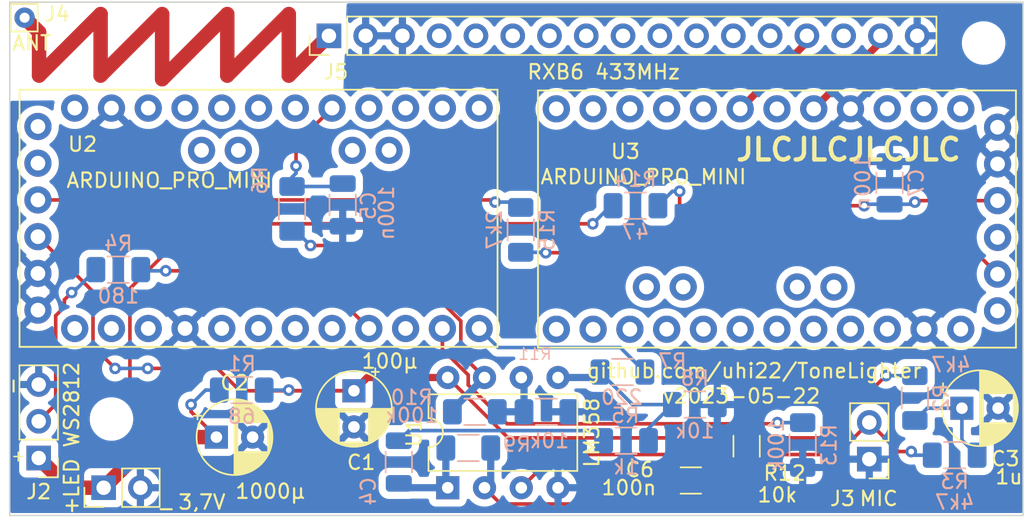
<source format=kicad_pcb>
(kicad_pcb (version 20221018) (generator pcbnew)
  (layers (0 "F.Cu" signal) (31 "B.Cu" signal) (34 "B.Paste" user) (35 "F.Paste" user) (36 "B.SilkS" user "B.Silkscreen") (37 "F.SilkS" user "F.Silkscreen") (38 "B.Mask" user) (39 "F.Mask" user) (44 "Edge.Cuts" user))
  (net 0 "")
  (net 1 "+3.3V")
  (net 2 "GND")
  (net 3 "VCCP")
  (net 4 "Net-(C3-Pad1)")
  (net 5 "Net-(C4-Pad1)")
  (net 6 "Net-(C4-Pad2)")
  (net 7 "Net-(U2-A0)")
  (net 8 "Net-(U1A--)")
  (net 9 "Net-(C6-Pad2)")
  (net 10 "Net-(U3-VCC)")
  (net 11 "Net-(J2-Pin_2)")
  (net 12 "Net-(J3-Pin_2)")
  (net 13 "antenna")
  (net 24 "RF_VCC")
  (net 26 "RF_DATA")
  (net 27 "Net-(U2-D6)")
  (net 28 "Net-(U1B-+)")
  (net 29 "Net-(R10-Pad2)")
  (net 30 "Gain2")
  (net 31 "Net-(U1B--)")
  (net 32 "Gain1")
  (net 33 "Net-(U3-TXO)")
  (net 34 "RXI")
  (footprint "Package_DIP:DIP-8_W7.62mm" (layer "F.Cu") (at 98.48 68.25 90)
    (fp_text reference "U1" (at 3.81 -2.33 90) (layer "F.SilkS"))
    (fp_text value "LM358" (at 3.81 9.95 90) (layer "F.SilkS"))
    (pad "1" thru_hole rect (at 0 0 90) (size 1.6 1.6) (drill 0.8) (layers "*.Cu" "*.Mask") (net 5 "Net-(C4-Pad1)"))
    (pad "2" thru_hole oval (at 0 2.54 90) (size 1.6 1.6) (drill 0.8) (layers "*.Cu" "*.Mask") (net 8 "Net-(U1A--)"))
    (pad "3" thru_hole oval (at 0 5.08 90) (size 1.6 1.6) (drill 0.8) (layers "*.Cu" "*.Mask") (net 12 "Net-(J3-Pin_2)"))
    (pad "4" thru_hole oval (at 0 7.62 90) (size 1.6 1.6) (drill 0.8) (layers "*.Cu" "*.Mask") (net 2 "GND"))
    (pad "5" thru_hole oval (at 7.62 7.62 90) (size 1.6 1.6) (drill 0.8) (layers "*.Cu" "*.Mask") (net 28 "Net-(U1B-+)"))
    (pad "6" thru_hole oval (at 7.62 5.08 90) (size 1.6 1.6) (drill 0.8) (layers "*.Cu" "*.Mask") (net 31 "Net-(U1B--)"))
    (pad "7" thru_hole oval (at 7.62 2.54 90) (size 1.6 1.6) (drill 0.8) (layers "*.Cu" "*.Mask") (net 29 "Net-(R10-Pad2)"))
    (pad "8" thru_hole oval (at 7.62 0 90) (size 1.6 1.6) (drill 0.8) (layers "*.Cu" "*.Mask") (net 1 "+3.3V"))
  )
  (footprint "ARDUINO_PRO_MINI:MODULE_ARDUINO_PRO_MINI" (layer "F.Cu") (at 121.223 49.671 -90)
    (fp_text reference "U3" (at -4.671 10.473) (layer "F.SilkS"))
    (fp_text value "ARDUINO_PRO_MINI" (at -2.921 9.223) (layer "F.SilkS"))
    (pad "JP1_1" thru_hole circle (at 6.35 -15.24 270) (size 1.8796 1.8796) (drill 1.016) (layers "*.Cu" "*.Mask"))
    (pad "JP1_2" thru_hole circle (at 3.81 -15.24 270) (size 1.8796 1.8796) (drill 1.016) (layers "*.Cu" "*.Mask") (net 33 "Net-(U3-TXO)"))
    (pad "JP1_3" thru_hole circle (at 1.27 -15.24 270) (size 1.8796 1.8796) (drill 1.016) (layers "*.Cu" "*.Mask"))
    (pad "JP1_4" thru_hole circle (at -1.27 -15.24 270) (size 1.8796 1.8796) (drill 1.016) (layers "*.Cu" "*.Mask") (net 10 "Net-(U3-VCC)"))
    (pad "JP1_5" thru_hole circle (at -3.81 -15.24 270) (size 1.8796 1.8796) (drill 1.016) (layers "*.Cu" "*.Mask") (net 2 "GND"))
    (pad "JP1_6" thru_hole circle (at -6.35 -15.24 270) (size 1.8796 1.8796) (drill 1.016) (layers "*.Cu" "*.Mask") (net 2 "GND"))
    (pad "JP2_1" thru_hole circle (at 4.699 -1.397 270) (size 1.8796 1.8796) (drill 1.016) (layers "*.Cu" "*.Mask"))
    (pad "JP2_2" thru_hole circle (at 4.699 -3.937 270) (size 1.8796 1.8796) (drill 1.016) (layers "*.Cu" "*.Mask"))
    (pad "JP3_1" thru_hole circle (at 4.699 9.017 270) (size 1.8796 1.8796) (drill 1.016) (layers "*.Cu" "*.Mask"))
    (pad "JP3_2" thru_hole circle (at 4.699 6.477 270) (size 1.8796 1.8796) (drill 1.016) (layers "*.Cu" "*.Mask"))
    (pad "JP6_1" thru_hole circle (at 7.62 -12.7 270) (size 1.8796 1.8796) (drill 1.016) (layers "*.Cu" "*.Mask"))
    (pad "JP6_2" thru_hole circle (at 7.62 -10.16 270) (size 1.8796 1.8796) (drill 1.016) (layers "*.Cu" "*.Mask") (net 2 "GND"))
    (pad "JP6_3" thru_hole circle (at 7.62 -7.62 270) (size 1.8796 1.8796) (drill 1.016) (layers "*.Cu" "*.Mask"))
    (pad "JP6_4" thru_hole circle (at 7.62 -5.08 270) (size 1.8796 1.8796) (drill 1.016) (layers "*.Cu" "*.Mask"))
    (pad "JP6_5" thru_hole circle (at 7.62 -2.54 270) (size 1.8796 1.8796) (drill 1.016) (layers "*.Cu" "*.Mask"))
    (pad "JP6_6" thru_hole circle (at 7.62 0 270) (size 1.8796 1.8796) (drill 1.016) (layers "*.Cu" "*.Mask"))
    (pad "JP6_7" thru_hole circle (at 7.62 2.54 270) (size 1.8796 1.8796) (drill 1.016) (layers "*.Cu" "*.Mask"))
    (pad "JP6_8" thru_hole circle (at 7.62 5.08 270) (size 1.8796 1.8796) (drill 1.016) (layers "*.Cu" "*.Mask"))
    (pad "JP6_9" thru_hole circle (at 7.62 7.62 270) (size 1.8796 1.8796) (drill 1.016) (layers "*.Cu" "*.Mask"))
    (pad "JP6_10" thru_hole circle (at 7.62 10.16 270) (size 1.8796 1.8796) (drill 1.016) (layers "*.Cu" "*.Mask"))
    (pad "JP6_11" thru_hole circle (at 7.62 12.7 270) (size 1.8796 1.8796) (drill 1.016) (layers "*.Cu" "*.Mask"))
    (pad "JP6_12" thru_hole circle (at 7.62 15.24 270) (size 1.8796 1.8796) (drill 1.016) (layers "*.Cu" "*.Mask"))
    (pad "JP7_1" thru_hole circle (at -7.62 15.24 270) (size 1.8796 1.8796) (drill 1.016) (layers "*.Cu" "*.Mask"))
    (pad "JP7_2" thru_hole circle (at -7.62 12.7 270) (size 1.8796 1.8796) (drill 1.016) (layers "*.Cu" "*.Mask"))
    (pad "JP7_3" thru_hole circle (at -7.62 10.16 270) (size 1.8796 1.8796) (drill 1.016) (layers "*.Cu" "*.Mask"))
    (pad "JP7_4" thru_hole circle (at -7.62 7.62 270) (size 1.8796 1.8796) (drill 1.016) (layers "*.Cu" "*.Mask"))
    (pad "JP7_5" thru_hole circle (at -7.62 5.08 270) (size 1.8796 1.8796) (drill 1.016) (layers "*.Cu" "*.Mask"))
    (pad "JP7_6" thru_hole circle (at -7.62 2.54 270) (size 1.8796 1.8796) (drill 1.016) (layers "*.Cu" "*.Mask") (net 24 "RF_VCC"))
    (pad "JP7_7" thru_hole circle (at -7.62 0 270) (size 1.8796 1.8796) (drill 1.016) (layers "*.Cu" "*.Mask"))
    (pad "JP7_8" thru_hole circle (at -7.62 -2.54 270) (size 1.8796 1.8796) (drill 1.016) (layers "*.Cu" "*.Mask") (net 26 "RF_DATA"))
    (pad "JP7_9" thru_hole circle (at -7.62 -5.08 270) (size 1.8796 1.8796) (drill 1.016) (layers "*.Cu" "*.Mask") (net 2 "GND"))
    (pad "JP7_10" thru_hole circle (at -7.62 -7.62 270) (size 1.8796 1.8796) (drill 1.016) (layers "*.Cu" "*.Mask"))
    (pad "JP7_11" thru_hole circle (at -7.62 -10.16 270) (size 1.8796 1.8796) (drill 1.016) (layers "*.Cu" "*.Mask"))
    (pad "JP7_12" thru_hole circle (at -7.62 -12.7 270) (size 1.8796 1.8796) (drill 1.016) (layers "*.Cu" "*.Mask"))
  )
  (footprint "Connector_PinHeader_2.54mm:PinHeader_1x02_P2.54mm_Vertical" (layer "F.Cu") (at 127.6 66.275 180)
    (fp_text reference "J3" (at 1.85 -2.725) (layer "F.SilkS"))
    (fp_text value "MIC" (at -0.65 -2.725) (layer "F.SilkS"))
    (pad "1" thru_hole rect (at 0 0 180) (size 1.7 1.7) (drill 1) (layers "*.Cu" "*.Mask") (net 2 "GND"))
    (pad "2" thru_hole oval (at 0 2.54 180) (size 1.7 1.7) (drill 1) (layers "*.Cu" "*.Mask") (net 12 "Net-(J3-Pin_2)"))
  )
  (footprint "Connector_PinHeader_2.54mm:PinHeader_1x03_P2.54mm_Vertical" (layer "F.Cu") (at 70.223 66.196 180)
    (fp_text reference "J2" (at 0 -2.33) (layer "F.SilkS"))
    (fp_text value "LED WS2812" (at -2.277 1.946 270) (layer "F.SilkS"))
    (pad "1" thru_hole rect (at 0 0 180) (size 1.7 1.7) (drill 1) (layers "*.Cu" "*.Mask") (net 3 "VCCP"))
    (pad "2" thru_hole oval (at 0 2.54 180) (size 1.7 1.7) (drill 1) (layers "*.Cu" "*.Mask") (net 11 "Net-(J2-Pin_2)"))
    (pad "3" thru_hole oval (at 0 5.08 180) (size 1.7 1.7) (drill 1) (layers "*.Cu" "*.Mask") (net 2 "GND"))
  )
  (footprint "Capacitor_THT:CP_Radial_D5.0mm_P2.50mm" (layer "F.Cu") (at 92 61.544888 -90)
    (fp_text reference "C1" (at 4.955112 -0.5 -180) (layer "F.SilkS"))
    (fp_text value "100µ" (at -2.044888 -2.5 180) (layer "F.SilkS"))
    (pad "1" thru_hole rect (at 0 0 270) (size 1.6 1.6) (drill 0.8) (layers "*.Cu" "*.Mask") (net 1 "+3.3V"))
    (pad "2" thru_hole circle (at 2.5 0 270) (size 1.6 1.6) (drill 0.8) (layers "*.Cu" "*.Mask") (net 2 "GND"))
  )
  (footprint "Capacitor_THT:CP_Radial_D5.0mm_P2.50mm" (layer "F.Cu") (at 134 62.75)
    (fp_text reference "C3" (at 3 3.5) (layer "F.SilkS"))
    (fp_text value "1u" (at 3.25 4.75) (layer "F.SilkS"))
    (pad "1" thru_hole rect (at 0 0) (size 1.6 1.6) (drill 0.8) (layers "*.Cu" "*.Mask") (net 4 "Net-(C3-Pad1)"))
    (pad "2" thru_hole circle (at 2.5 0) (size 1.6 1.6) (drill 0.8) (layers "*.Cu" "*.Mask") (net 2 "GND"))
  )
  (footprint "Connector_Pin:Pin_D0.7mm_L6.5mm_W1.8mm_FlatFork" (layer "F.Cu") (at 69.25 35.75)
    (fp_text reference "J4" (at 2.25 -0.25) (layer "F.SilkS"))
    (fp_text value "ANT" (at 0.5 1.75) (layer "F.SilkS"))
    (pad "1" thru_hole circle (at 0 0) (size 1.4 1.4) (drill 0.7) (layers "*.Cu" "*.Mask") (net 13 "antenna"))
  )
  (footprint "Connector_PinHeader_2.54mm:PinHeader_1x17_P2.54mm_Vertical" (layer "F.Cu") (at 90.27 37 90)
    (fp_text reference "J5" (at -2.5 0.48 180) (layer "F.SilkS"))
    (fp_text value "RXB6 433MHz" (at -2.5 18.98 180) (layer "F.SilkS"))
    (pad "1" thru_hole rect (at 0 0 90) (size 1.7 1.7) (drill 1) (layers "*.Cu" "*.Mask") (net 13 "antenna"))
    (pad "2" thru_hole oval (at 0 2.54 90) (size 1.7 1.7) (drill 1) (layers "*.Cu" "*.Mask") (net 2 "GND"))
    (pad "3" thru_hole oval (at 0 5.08 90) (size 1.7 1.7) (drill 1) (layers "*.Cu" "*.Mask") (net 2 "GND"))
    (pad "4" thru_hole oval (at 0 7.62 90) (size 1.7 1.7) (drill 1) (layers "*.Cu" "*.Mask"))
    (pad "5" thru_hole oval (at 0 10.16 90) (size 1.7 1.7) (drill 1) (layers "*.Cu" "*.Mask"))
    (pad "6" thru_hole oval (at 0 12.7 90) (size 1.7 1.7) (drill 1) (layers "*.Cu" "*.Mask"))
    (pad "7" thru_hole oval (at 0 15.24 90) (size 1.7 1.7) (drill 1) (layers "*.Cu" "*.Mask"))
    (pad "8" thru_hole oval (at 0 17.78 90) (size 1.7 1.7) (drill 1) (layers "*.Cu" "*.Mask"))
    (pad "9" thru_hole oval (at 0 20.32 90) (size 1.7 1.7) (drill 1) (layers "*.Cu" "*.Mask"))
    (pad "10" thru_hole oval (at 0 22.86 90) (size 1.7 1.7) (drill 1) (layers "*.Cu" "*.Mask"))
    (pad "11" thru_hole oval (at 0 25.4 90) (size 1.7 1.7) (drill 1) (layers "*.Cu" "*.Mask"))
    (pad "12" thru_hole oval (at 0 27.94 90) (size 1.7 1.7) (drill 1) (layers "*.Cu" "*.Mask"))
    (pad "13" thru_hole oval (at 0 30.48 90) (size 1.7 1.7) (drill 1) (layers "*.Cu" "*.Mask"))
    (pad "14" thru_hole oval (at 0 33.02 90) (size 1.7 1.7) (drill 1) (layers "*.Cu" "*.Mask") (net 24 "RF_VCC"))
    (pad "15" thru_hole oval (at 0 35.56 90) (size 1.7 1.7) (drill 1) (layers "*.Cu" "*.Mask"))
    (pad "16" thru_hole oval (at 0 38.1 90) (size 1.7 1.7) (drill 1) (layers "*.Cu" "*.Mask") (net 26 "RF_DATA"))
    (pad "17" thru_hole oval (at 0 40.64 90) (size 1.7 1.7) (drill 1) (layers "*.Cu" "*.Mask") (net 2 "GND"))
  )
  (footprint "MountingHole:MountingHole_2.5mm" (layer "F.Cu") (at 75.25 63.5)
    (fp_text reference "REF**" hide)
    (fp_text value "MountingHole_2.5mm" hide)
    (pad "" np_thru_hole circle (at 0 0) (size 2.5 2.5) (drill 2.5) (layers "*.Cu" "*.Mask"))
  )
  (footprint "Capacitor_THT:CP_Radial_D5.0mm_P2.50mm" (layer "F.Cu") (at 82.5 64.75)
    (fp_text reference "C2" (at 1.25 -3.75) (layer "F.SilkS"))
    (fp_text value "1000µ" (at 3.75 3.75) (layer "F.SilkS"))
    (pad "1" thru_hole rect (at 0 0) (size 1.6 1.6) (drill 0.8) (layers "*.Cu" "*.Mask") (net 3 "VCCP"))
    (pad "2" thru_hole circle (at 2.5 0) (size 1.6 1.6) (drill 0.8) (layers "*.Cu" "*.Mask") (net 2 "GND"))
  )
  (footprint "MountingHole:MountingHole_2.5mm" (layer "F.Cu") (at 135.5 37.5)
    (fp_text reference "REF**" hide)
    (fp_text value "MountingHole_2.5mm" hide)
    (pad "" np_thru_hole circle (at 0 0) (size 2.5 2.5) (drill 2.5) (layers "*.Cu" "*.Mask"))
  )
  (footprint "Connector_PinHeader_2.54mm:PinHeader_1x02_P2.54mm_Vertical" (layer "F.Cu") (at 74.71 68.25 90)
    (fp_text reference "J1" hide)
    (fp_text value "3,7V" (at -1 6.79) (layer "F.SilkS"))
    (pad "1" thru_hole rect (at 0 0 90) (size 1.7 1.7) (drill 1) (layers "*.Cu" "*.Mask") (net 3 "VCCP"))
    (pad "2" thru_hole oval (at 0 2.54 90) (size 1.7 1.7) (drill 1) (layers "*.Cu" "*.Mask") (net 2 "GND"))
  )
  (footprint "ARDUINO_PRO_MINI:MODULE_ARDUINO_PRO_MINI" (layer "F.Cu") (at 85.41 49.62 90)
    (fp_text reference "U2" (at 5.12 -12.16 180) (layer "F.SilkS"))
    (fp_text value "ARDUINO_PRO_MINI" (at 2.62 -6.16 180) (layer "F.SilkS"))
    (pad "JP1_1" thru_hole circle (at 6.35 -15.24 90) (size 1.8796 1.8796) (drill 1.016) (layers "*.Cu" "*.Mask"))
    (pad "JP1_2" thru_hole circle (at 3.81 -15.24 90) (size 1.8796 1.8796) (drill 1.016) (layers "*.Cu" "*.Mask"))
    (pad "JP1_3" thru_hole circle (at 1.27 -15.24 90) (size 1.8796 1.8796) (drill 1.016) (layers "*.Cu" "*.Mask") (net 34 "RXI"))
    (pad "JP1_4" thru_hole circle (at -1.27 -15.24 90) (size 1.8796 1.8796) (drill 1.016) (layers "*.Cu" "*.Mask") (net 1 "+3.3V"))
    (pad "JP1_5" thru_hole circle (at -3.81 -15.24 90) (size 1.8796 1.8796) (drill 1.016) (layers "*.Cu" "*.Mask") (net 2 "GND"))
    (pad "JP1_6" thru_hole circle (at -6.35 -15.24 90) (size 1.8796 1.8796) (drill 1.016) (layers "*.Cu" "*.Mask") (net 2 "GND"))
    (pad "JP2_1" thru_hole circle (at 4.699 -1.397 90) (size 1.8796 1.8796) (drill 1.016) (layers "*.Cu" "*.Mask"))
    (pad "JP2_2" thru_hole circle (at 4.699 -3.937 90) (size 1.8796 1.8796) (drill 1.016) (layers "*.Cu" "*.Mask"))
    (pad "JP3_1" thru_hole circle (at 4.699 9.017 90) (size 1.8796 1.8796) (drill 1.016) (layers "*.Cu" "*.Mask"))
    (pad "JP3_2" thru_hole circle (at 4.699 6.477 90) (size 1.8796 1.8796) (drill 1.016) (layers "*.Cu" "*.Mask"))
    (pad "JP6_1" thru_hole circle (at 7.62 -12.7 90) (size 1.8796 1.8796) (drill 1.016) (layers "*.Cu" "*.Mask"))
    (pad "JP6_2" thru_hole circle (at 7.62 -10.16 90) (size 1.8796 1.8796) (drill 1.016) (layers "*.Cu" "*.Mask") (net 2 "GND"))
    (pad "JP6_3" thru_hole circle (at 7.62 -7.62 90) (size 1.8796 1.8796) (drill 1.016) (layers "*.Cu" "*.Mask"))
    (pad "JP6_4" thru_hole circle (at 7.62 -5.08 90) (size 1.8796 1.8796) (drill 1.016) (layers "*.Cu" "*.Mask"))
    (pad "JP6_5" thru_hole circle (at 7.62 -2.54 90) (size 1.8796 1.8796) (drill 1.016) (layers "*.Cu" "*.Mask"))
    (pad "JP6_6" thru_hole circle (at 7.62 0 90) (size 1.8796 1.8796) (drill 1.016) (layers "*.Cu" "*.Mask"))
    (pad "JP6_7" thru_hole circle (at 7.62 2.54 90) (size 1.8796 1.8796) (drill 1.016) (layers "*.Cu" "*.Mask"))
    (pad "JP6_8" thru_hole circle (at 7.62 5.08 90) (size 1.8796 1.8796) (drill 1.016) (layers "*.Cu" "*.Mask") (net 7 "Net-(U2-A0)"))
    (pad "JP6_9" thru_hole circle (at 7.62 7.62 90) (size 1.8796 1.8796) (drill 1.016) (layers "*.Cu" "*.Mask"))
    (pad "JP6_10" thru_hole circle (at 7.62 10.16 90) (size 1.8796 1.8796) (drill 1.016) (layers "*.Cu" "*.Mask"))
    (pad "JP6_11" thru_hole circle (at 7.62 12.7 90) (size 1.8796 1.8796) (drill 1.016) (layers "*.Cu" "*.Mask"))
    (pad "JP6_12" thru_hole circle (at 7.62 15.24 90) (size 1.8796 1.8796) (drill 1.016) (layers "*.Cu" "*.Mask"))
    (pad "JP7_1" thru_hole circle (at -7.62 15.24 90) (size 1.8796 1.8796) (drill 1.016) (layers "*.Cu" "*.Mask") (net 30 "Gain2"))
    (pad "JP7_2" thru_hole circle (at -7.62 12.7 90) (size 1.8796 1.8796) (drill 1.016) (layers "*.Cu" "*.Mask") (net 32 "Gain1"))
    (pad "JP7_3" thru_hole circle (at -7.62 10.16 90) (size 1.8796 1.8796) (drill 1.016) (layers "*.Cu" "*.Mask"))
    (pad "JP7_4" thru_hole circle (at -7.62 7.62 90) (size 1.8796 1.8796) (drill 1.016) (layers "*.Cu" "*.Mask") (net 27 "Net-(U2-D6)"))
    (pad "JP7_5" thru_hole circle (at -7.62 5.08 90) (size 1.8796 1.8796) (drill 1.016) (layers "*.Cu" "*.Mask"))
    (pad "JP7_6" thru_hole circle (at -7.62 2.54 90) (size 1.8796 1.8796) (drill 1.016) (layers "*.Cu" "*.Mask"))
    (pad "JP7_7" thru_hole circle (at -7.62 0 90) (size 1.8796 1.8796) (drill 1.016) (layers "*.Cu" "*.Mask"))
    (pad "JP7_8" thru_hole circle (at -7.62 -2.54 90) (size 1.8796 1.8796) (drill 1.016) (layers "*.Cu" "*.Mask"))
    (pad "JP7_9" thru_hole circle (at -7.62 -5.08 90) (size 1.8796 1.8796) (drill 1.016) (layers "*.Cu" "*.Mask") (net 2 "GND"))
    (pad "JP7_10" thru_hole circle (at -7.62 -7.62 90) (size 1.8796 1.8796) (drill 1.016) (layers "*.Cu" "*.Mask"))
    (pad "JP7_11" thru_hole circle (at -7.62 -10.16 90) (size 1.8796 1.8796) (drill 1.016) (layers "*.Cu" "*.Mask"))
    (pad "JP7_12" thru_hole circle (at -7.62 -12.7 90) (size 1.8796 1.8796) (drill 1.016) (layers "*.Cu" "*.Mask"))
  )
  (footprint "Capacitor_SMD:C_1206_3216Metric" (layer "F.Cu") (at 115.275 67.75)
    (fp_text reference "C6" (at -3.525 -0.75) (layer "F.SilkS"))
    (fp_text value "100n" (at -4.275 0.5) (layer "F.SilkS"))
    (pad "1" smd roundrect (at -1.475 0) (size 1.15 1.8) (layers "F.Cu" "F.Paste" "F.Mask") (roundrect_rratio 0.2173913043) (net 8 "Net-(U1A--)"))
    (pad "2" smd roundrect (at 1.475 0) (size 1.15 1.8) (layers "F.Cu" "F.Paste" "F.Mask") (roundrect_rratio 0.2173913043) (net 9 "Net-(C6-Pad2)"))
  )
  (footprint "Resistor_SMD:R_1206_3216Metric_Pad1.30x1.75mm_HandSolder" (layer "F.Cu") (at 119.127 65.379 -90)
    (fp_text reference "R12" (at 1.871 -2.623 -180) (layer "F.SilkS"))
    (fp_text value "10k" (at 3.371 -2.123 -180) (layer "F.SilkS"))
    (pad "1" smd roundrect (at -1.55 0 270) (size 1.3 1.75) (layers "F.Cu" "F.Paste" "F.Mask") (roundrect_rratio 0.1923076923) (net 32 "Gain1"))
    (pad "2" smd roundrect (at 1.55 0 270) (size 1.3 1.75) (layers "F.Cu" "F.Paste" "F.Mask") (roundrect_rratio 0.1923076923) (net 9 "Net-(C6-Pad2)"))
  )
  (footprint "Resistor_SMD:R_1206_3216Metric_Pad1.30x1.75mm_HandSolder" (layer "B.Cu") (at 105.3 63 180)
    (fp_text reference "R11" (at 0.8 4) (layer "B.SilkS") (effects (font (size 0.8 0.8) (thickness 0.1)) (justify mirror)))
    (fp_text value "10k" (at -0.2 -2) (layer "B.SilkS") (effects (justify mirror)))
    (pad "1" smd roundrect (at -1.55 0 180) (size 1.3 1.75) (layers "B.Cu" "B.Paste" "B.Mask") (roundrect_rratio 0.1923076923) (net 2 "GND"))
    (pad "2" smd roundrect (at 1.55 0 180) (size 1.3 1.75) (layers "B.Cu" "B.Paste" "B.Mask") (roundrect_rratio 0.1923076923) (net 31 "Net-(U1B--)"))
  )
  (footprint "Resistor_SMD:R_1206_3216Metric_Pad1.30x1.75mm_HandSolder" (layer "B.Cu") (at 103.523 50.421 90)
    (fp_text reference "R15" (at 0 1.82 90) (layer "B.SilkS") (effects (justify mirror)))
    (fp_text value "2k7" (at 0 -1.82 90) (layer "B.SilkS") (effects (justify mirror)))
    (pad "1" smd roundrect (at -1.55 0 90) (size 1.3 1.75) (layers "B.Cu" "B.Paste" "B.Mask") (roundrect_rratio 0.1923076923) (net 33 "Net-(U3-TXO)"))
    (pad "2" smd roundrect (at 1.55 0 90) (size 1.3 1.75) (layers "B.Cu" "B.Paste" "B.Mask") (roundrect_rratio 0.1923076923) (net 34 "RXI"))
  )
  (footprint "Resistor_SMD:R_1206_3216Metric_Pad1.30x1.75mm_HandSolder" (layer "B.Cu") (at 115.55 62.5 180)
    (fp_text reference "R8" (at 0 1.82) (layer "B.SilkS") (effects (justify mirror)))
    (fp_text value "10k" (at 0 -1.82) (layer "B.SilkS") (effects (justify mirror)))
    (pad "1" smd roundrect (at -1.55 0 180) (size 1.3 1.75) (layers "B.Cu" "B.Paste" "B.Mask") (roundrect_rratio 0.1923076923) (net 2 "GND"))
    (pad "2" smd roundrect (at 1.55 0 180) (size 1.3 1.75) (layers "B.Cu" "B.Paste" "B.Mask") (roundrect_rratio 0.1923076923) (net 28 "Net-(U1B-+)"))
  )
  (footprint "Capacitor_SMD:C_1206_3216Metric" (layer "B.Cu") (at 95.1 66.475 90)
    (fp_text reference "C4" (at -2.025 -2.1 90) (layer "B.SilkS") (effects (justify mirror)))
    (fp_text value "C")
    (pad "1" smd roundrect (at -1.475 0 90) (size 1.15 1.8) (layers "B.Cu" "B.Paste" "B.Mask") (roundrect_rratio 0.2173913043) (net 5 "Net-(C4-Pad1)"))
    (pad "2" smd roundrect (at 1.475 0 90) (size 1.15 1.8) (layers "B.Cu" "B.Paste" "B.Mask") (roundrect_rratio 0.2173913043) (net 6 "Net-(C4-Pad2)"))
  )
  (footprint "Resistor_SMD:R_1206_3216Metric_Pad1.30x1.75mm_HandSolder" (layer "B.Cu") (at 111.45 48.75 180)
    (fp_text reference "R14" (at 0 1.82) (layer "B.SilkS") (effects (justify mirror)))
    (fp_text value "47" (at 0 -1.82) (layer "B.SilkS") (effects (justify mirror)))
    (pad "1" smd roundrect (at -1.55 0 180) (size 1.3 1.75) (layers "B.Cu" "B.Paste" "B.Mask") (roundrect_rratio 0.1923076923) (net 10 "Net-(U3-VCC)"))
    (pad "2" smd roundrect (at 1.55 0 180) (size 1.3 1.75) (layers "B.Cu" "B.Paste" "B.Mask") (roundrect_rratio 0.1923076923) (net 3 "VCCP"))
  )
  (footprint "Resistor_SMD:R_1206_3216Metric_Pad1.30x1.75mm_HandSolder" (layer "B.Cu") (at 75.723 53.171 180)
    (fp_text reference "R4" (at 0 1.82) (layer "B.SilkS") (effects (justify mirror)))
    (fp_text value "180" (at 0 -1.82) (layer "B.SilkS") (effects (justify mirror)))
    (pad "1" smd roundrect (at -1.55 0 180) (size 1.3 1.75) (layers "B.Cu" "B.Paste" "B.Mask") (roundrect_rratio 0.1923076923) (net 27 "Net-(U2-D6)"))
    (pad "2" smd roundrect (at 1.55 0 180) (size 1.3 1.75) (layers "B.Cu" "B.Paste" "B.Mask") (roundrect_rratio 0.1923076923) (net 11 "Net-(J2-Pin_2)"))
  )
  (footprint "Resistor_SMD:R_1206_3216Metric_Pad1.30x1.75mm_HandSolder" (layer "B.Cu") (at 110.8 65 180)
    (fp_text reference "R5" (at 0.05 1.75) (layer "B.SilkS") (effects (justify mirror)))
    (fp_text value "1k" (at 0 -1.82) (layer "B.SilkS") (effects (justify mirror)))
    (pad "1" smd roundrect (at -1.55 0 180) (size 1.3 1.75) (layers "B.Cu" "B.Paste" "B.Mask") (roundrect_rratio 0.1923076923) (net 28 "Net-(U1B-+)"))
    (pad "2" smd roundrect (at 1.55 0 180) (size 1.3 1.75) (layers "B.Cu" "B.Paste" "B.Mask") (roundrect_rratio 0.1923076923) (net 6 "Net-(C4-Pad2)"))
  )
  (footprint "Resistor_SMD:R_1206_3216Metric_Pad1.30x1.75mm_HandSolder" (layer "B.Cu") (at 84.25 61.5 180)
    (fp_text reference "R1" (at 0 1.82) (layer "B.SilkS") (effects (justify mirror)))
    (fp_text value "68" (at 0 -1.82) (layer "B.SilkS") (effects (justify mirror)))
    (pad "1" smd roundrect (at -1.55 0 180) (size 1.3 1.75) (layers "B.Cu" "B.Paste" "B.Mask") (roundrect_rratio 0.1923076923) (net 1 "+3.3V"))
    (pad "2" smd roundrect (at 1.55 0 180) (size 1.3 1.75) (layers "B.Cu" "B.Paste" "B.Mask") (roundrect_rratio 0.1923076923) (net 3 "VCCP"))
  )
  (footprint "Capacitor_SMD:C_1206_3216Metric" (layer "B.Cu") (at 129 47.171 90)
    (fp_text reference "C7" (at 0 1.85 90) (layer "B.SilkS") (effects (justify mirror)))
    (fp_text value "100n" (at 0 -1.85 90) (layer "B.SilkS") (effects (justify mirror)))
    (pad "1" smd roundrect (at -1.475 0 90) (size 1.15 1.8) (layers "B.Cu" "B.Paste" "B.Mask") (roundrect_rratio 0.2173913043) (net 10 "Net-(U3-VCC)"))
    (pad "2" smd roundrect (at 1.475 0 90) (size 1.15 1.8) (layers "B.Cu" "B.Paste" "B.Mask") (roundrect_rratio 0.2173913043) (net 2 "GND"))
  )
  (footprint "Resistor_SMD:R_1206_3216Metric_Pad1.30x1.75mm_HandSolder" (layer "B.Cu") (at 123 65.3 90)
    (fp_text reference "R13" (at 0 1.82 90) (layer "B.SilkS") (effects (justify mirror)))
    (fp_text value "100k" (at 0 -1.82 90) (layer "B.SilkS") (effects (justify mirror)))
    (pad "1" smd roundrect (at -1.55 0 90) (size 1.3 1.75) (layers "B.Cu" "B.Paste" "B.Mask") (roundrect_rratio 0.1923076923) (net 2 "GND"))
    (pad "2" smd roundrect (at 1.55 0 90) (size 1.3 1.75) (layers "B.Cu" "B.Paste" "B.Mask") (roundrect_rratio 0.1923076923) (net 32 "Gain1"))
  )
  (footprint "Resistor_SMD:R_1206_3216Metric_Pad1.30x1.75mm_HandSolder" (layer "B.Cu") (at 130.75 62.05 90)
    (fp_text reference "R2" (at 0 1.82 90) (layer "B.SilkS") (effects (justify mirror)))
    (fp_text value "4k7" (at 2.3 2.5 180) (layer "B.SilkS") (effects (justify mirror)))
    (pad "1" smd roundrect (at -1.55 0 90) (size 1.3 1.75) (layers "B.Cu" "B.Paste" "B.Mask") (roundrect_rratio 0.1923076923) (net 4 "Net-(C3-Pad1)"))
    (pad "2" smd roundrect (at 1.55 0 90) (size 1.3 1.75) (layers "B.Cu" "B.Paste" "B.Mask") (roundrect_rratio 0.1923076923) (net 1 "+3.3V"))
  )
  (footprint "Resistor_SMD:R_1206_3216Metric_Pad1.30x1.75mm_HandSolder" (layer "B.Cu") (at 87.723 48.971 90)
    (fp_text reference "R6" (at 1.971 -2.223 90) (layer "B.SilkS") (effects (justify mirror)))
    (fp_text value "47k")
    (pad "1" smd roundrect (at -1.55 0 90) (size 1.3 1.75) (layers "B.Cu" "B.Paste" "B.Mask") (roundrect_rratio 0.1923076923) (net 29 "Net-(R10-Pad2)"))
    (pad "2" smd roundrect (at 1.55 0 90) (size 1.3 1.75) (layers "B.Cu" "B.Paste" "B.Mask") (roundrect_rratio 0.1923076923) (net 7 "Net-(U2-A0)"))
  )
  (footprint "Resistor_SMD:R_1206_3216Metric_Pad1.30x1.75mm_HandSolder" (layer "B.Cu") (at 99.9 65.5 180)
    (fp_text reference "R9" (at -3.35 0.25) (layer "B.SilkS") (effects (justify mirror)))
    (fp_text value "1M (*)")
    (pad "1" smd roundrect (at -1.55 0 180) (size 1.3 1.75) (layers "B.Cu" "B.Paste" "B.Mask") (roundrect_rratio 0.1923076923) (net 8 "Net-(U1A--)"))
    (pad "2" smd roundrect (at 1.55 0 180) (size 1.3 1.75) (layers "B.Cu" "B.Paste" "B.Mask") (roundrect_rratio 0.1923076923) (net 5 "Net-(C4-Pad1)"))
  )
  (footprint "Capacitor_SMD:C_1206_3216Metric" (layer "B.Cu") (at 91.223 48.696 -90)
    (fp_text reference "C5" (at 0.054 -1.777 90) (layer "B.SilkS") (effects (justify mirror)))
    (fp_text value "100n" (at 0.554 -3.027 90) (layer "B.SilkS") (effects (justify mirror)))
    (pad "1" smd roundrect (at -1.475 0 270) (size 1.15 1.8) (layers "B.Cu" "B.Paste" "B.Mask") (roundrect_rratio 0.2173913043) (net 7 "Net-(U2-A0)"))
    (pad "2" smd roundrect (at 1.475 0 270) (size 1.15 1.8) (layers "B.Cu" "B.Paste" "B.Mask") (roundrect_rratio 0.2173913043) (net 2 "GND"))
  )
  (footprint "Resistor_SMD:R_1206_3216Metric_Pad1.30x1.75mm_HandSolder" (layer "B.Cu") (at 110.55 60.25 180)
    (fp_text reference "R7" (at -3.45 0.75) (layer "B.SilkS") (effects (justify mirror)))
    (fp_text value "220" (at 0.05 -1.75) (layer "B.SilkS") (effects (justify mirror)))
    (pad "1" smd roundrect (at -1.55 0 180) (size 1.3 1.75) (layers "B.Cu" "B.Paste" "B.Mask") (roundrect_rratio 0.1923076923) (net 30 "Gain2"))
    (pad "2" smd roundrect (at 1.55 0 180) (size 1.3 1.75) (layers "B.Cu" "B.Paste" "B.Mask") (roundrect_rratio 0.1923076923) (net 28 "Net-(U1B-+)"))
  )
  (footprint "Resistor_SMD:R_1206_3216Metric_Pad1.30x1.75mm_HandSolder" (layer "B.Cu") (at 133.5 66)
    (fp_text reference "R3" (at 0 1.82) (layer "B.SilkS") (effects (justify mirror)))
    (fp_text value "4k7" (at 0 3.25) (layer "B.SilkS") (effects (justify mirror)))
    (pad "1" smd roundrect (at -1.55 0) (size 1.3 1.75) (layers "B.Cu" "B.Paste" "B.Mask") (roundrect_rratio 0.1923076923) (net 12 "Net-(J3-Pin_2)"))
    (pad "2" smd roundrect (at 1.55 0) (size 1.3 1.75) (layers "B.Cu" "B.Paste" "B.Mask") (roundrect_rratio 0.1923076923) (net 4 "Net-(C3-Pad1)"))
  )
  (footprint "Resistor_SMD:R_1206_3216Metric_Pad1.30x1.75mm_HandSolder" (layer "B.Cu") (at 100.35 63 180)
    (fp_text reference "R10" (at 4.35 1) (layer "B.SilkS") (effects (justify mirror)))
    (fp_text value "100k" (at 4.35 -0.25) (layer "B.SilkS") (effects (justify mirror)))
    (pad "1" smd roundrect (at -1.55 0 180) (size 1.3 1.75) (layers "B.Cu" "B.Paste" "B.Mask") (roundrect_rratio 0.1923076923) (net 31 "Net-(U1B--)"))
    (pad "2" smd roundrect (at 1.55 0 180) (size 1.3 1.75) (layers "B.Cu" "B.Paste" "B.Mask") (roundrect_rratio 0.1923076923) (net 29 "Net-(R10-Pad2)"))
  )
  (gr_rect (start 68.223 34.671) (end 138.223 70.171) (stroke (width 0.1)) (fill none) (layer "Edge.Cuts"))
  (gr_text "+" (at 68.25 66.5) (layer "F.SilkS") (effects (font (size 0.8 0.8) (thickness 0.1)) (justify left bottom)))
  (gr_text "+" (at 73.25 70) (layer "F.SilkS") (effects (font (size 1 1)) (justify left bottom mirror)))
  (gr_text "-" (at 79.75 70.25) (layer "F.SilkS") (effects (font (size 1 1)) (justify left bottom mirror)))
  (gr_text "-" (at 69 60.5 90) (layer "F.SilkS") (effects (font (size 1 1)) (justify left bottom mirror)))
  (gr_text "github.com/uhi22/ToneLighter" (at 108 60.75) (layer "F.SilkS") (effects (font (size 1 1)) (justify left bottom)))
  (gr_text "v2023-05-22" (at 113.25 62.5) (layer "F.SilkS") (effects (font (size 1 1)) (justify left bottom)))
  (gr_text "JLCJLCJLCJLC" (at 118.25 45.75) (layer "F.SilkS") (effects (font (size 1.5 1.5) (thickness 0.3) bold) (justify left bottom)))
  (segment (start 87.5 61.5) (end 87.544888 61.544888) (width 0.25) (layer "F.Cu") (net 1))
  (segment (start 73.9748 54.6948) (end 73.9748 58.4748) (width 0.25) (layer "F.Cu") (net 1))
  (segment (start 98.48 60.63) (end 92.914888 60.63) (width 0.5) (layer "F.Cu") (net 1))
  (segment (start 128.75 60.5) (end 124.446 64.804) (width 0.25) (layer "F.Cu") (net 1))
  (segment (start 77.75 60) (end 82.575 60) (width 0.25) (layer "F.Cu") (net 1))
  (segment (start 124.446 64.804) (end 102.654 64.804) (width 0.25) (layer "F.Cu") (net 1))
  (segment (start 102.654 64.804) (end 98.48 60.63) (width 0.25) (layer "F.Cu") (net 1))
  (segment (start 92.914888 60.63) (end 92 61.544888) (width 0.5) (layer "F.Cu") (net 1))
  (segment (start 87.544888 61.544888) (end 92 61.544888) (width 0.25) (layer "F.Cu") (net 1))
  (segment (start 84.119888 61.544888) (end 92 61.544888) (width 0.25) (layer "F.Cu") (net 1))
  (segment (start 82.575 60) (end 84.119888 61.544888) (width 0.25) (layer "F.Cu") (net 1))
  (segment (start 73.9748 58.4748) (end 75.5 60) (width 0.25) (layer "F.Cu") (net 1))
  (segment (start 70.17 50.89) (end 73.9748 54.6948) (width 0.25) (layer "F.Cu") (net 1))
  (via (at 87.5 61.5) (size 0.8) (drill 0.4) (layers "F.Cu" "B.Cu") (net 1))
  (via (at 75.5 60) (size 0.8) (drill 0.4) (layers "F.Cu" "B.Cu") (net 1))
  (via (at 128.75 60.5) (size 0.8) (drill 0.4) (layers "F.Cu" "B.Cu") (net 1))
  (via (at 77.75 60) (size 0.8) (drill 0.4) (layers "F.Cu" "B.Cu") (net 1))
  (segment (start 85.8 61.5) (end 87.5 61.5) (width 0.25) (layer "B.Cu") (net 1))
  (segment (start 130.75 60.5) (end 128.75 60.5) (width 0.25) (layer "B.Cu") (net 1))
  (segment (start 75.5 60) (end 77.75 60) (width 0.25) (layer "B.Cu") (net 1))
  (segment (start 74.71 68.25) (end 78.21 64.75) (width 1) (layer "F.Cu") (net 3))
  (segment (start 80.75 63) (end 82.5 64.75) (width 0.25) (layer "F.Cu") (net 3))
  (segment (start 78.21 64.75) (end 80 64.75) (width 1) (layer "F.Cu") (net 3))
  (segment (start 80.75 62.5) (end 80.75 63) (width 0.25) (layer "F.Cu") (net 3))
  (segment (start 80 64.75) (end 76.5252 61.2752) (width 0.25) (layer "F.Cu") (net 3))
  (segment (start 76.5252 54.4748) (end 81 50) (width 0.25) (layer "F.Cu") (net 3))
  (segment (start 74.71 68.25) (end 72.277 68.25) (width 1) (layer "F.Cu") (net 3))
  (segment (start 76.5252 61.2752) (end 76.5252 54.4748) (width 0.25) (layer "F.Cu") (net 3))
  (segment (start 80 64.75) (end 82.5 64.75) (width 1) (layer "F.Cu") (net 3))
  (segment (start 72.277 68.25) (end 70.223 66.196) (width 1) (layer "F.Cu") (net 3))
  (segment (start 81 50) (end 108.5 50) (width 0.25) (layer "F.Cu") (net 3))
  (via (at 108.5 50) (size 0.8) (drill 0.4) (layers "F.Cu" "B.Cu") (net 3))
  (via (at 80.75 62.5) (size 0.8) (drill 0.4) (layers "F.Cu" "B.Cu") (net 3))
  (segment (start 109.75 48.75) (end 108.5 50) (width 0.25) (layer "B.Cu") (net 3))
  (segment (start 82.7 61.5) (end 81.75 61.5) (width 0.25) (layer "B.Cu") (net 3))
  (segment (start 109.9 48.75) (end 109.75 48.75) (width 0.25) (layer "B.Cu") (net 3))
  (segment (start 81.75 61.5) (end 80.75 62.5) (width 0.25) (layer "B.Cu") (net 3))
  (segment (start 134 64.95) (end 134 62.75) (width 0.25) (layer "B.Cu") (net 4))
  (segment (start 134 62.75) (end 131.6 62.75) (width 0.25) (layer "B.Cu") (net 4))
  (segment (start 131.6 62.75) (end 130.75 63.6) (width 0.25) (layer "B.Cu") (net 4))
  (segment (start 135.05 66) (end 134 64.95) (width 0.25) (layer "B.Cu") (net 4))
  (segment (start 95.4 68.25) (end 95.1 67.95) (width 0.5) (layer "B.Cu") (net 5))
  (segment (start 98.48 68.25) (end 95.4 68.25) (width 0.5) (layer "B.Cu") (net 5))
  (segment (start 98.35 65.5) (end 98.35 68.12) (width 0.5) (layer "B.Cu") (net 5))
  (segment (start 98.35 68.12) (end 98.48 68.25) (width 0.5) (layer "B.Cu") (net 5))
  (segment (start 108.55 64.3) (end 95.8 64.3) (width 0.25) (layer "B.Cu") (net 6))
  (segment (start 109.25 65) (end 108.55 64.3) (width 0.25) (layer "B.Cu") (net 6))
  (segment (start 95.8 64.3) (end 95.1 65) (width 0.25) (layer "B.Cu") (net 6))
  (segment (start 88 46) (end 88 44.49) (width 0.25) (layer "F.Cu") (net 7))
  (segment (start 88 44.49) (end 90.49 42) (width 0.25) (layer "F.Cu") (net 7))
  (via (at 88 46) (size 0.8) (drill 0.4) (layers "F.Cu" "B.Cu") (net 7))
  (segment (start 88 46) (end 88 46.5) (width 0.25) (layer "B.Cu") (net 7))
  (segment (start 91.023 47.421) (end 91.223 47.221) (width 0.25) (layer "B.Cu") (net 7))
  (segment (start 87.723 46.777) (end 87.723 47.421) (width 0.25) (layer "B.Cu") (net 7))
  (segment (start 88 46.5) (end 87.723 46.777) (width 0.25) (layer "B.Cu") (net 7))
  (segment (start 87.723 47.421) (end 91.023 47.421) (width 0.25) (layer "B.Cu") (net 7))
  (segment (start 102.145 69.375) (end 101.02 68.25) (width 0.25) (layer "F.Cu") (net 8))
  (segment (start 113.8 67.75) (end 112.175 69.375) (width 0.25) (layer "F.Cu") (net 8))
  (segment (start 112.175 69.375) (end 102.145 69.375) (width 0.25) (layer "F.Cu") (net 8))
  (segment (start 101.45 67.82) (end 101.02 68.25) (width 0.5) (layer "B.Cu") (net 8))
  (segment (start 101.45 65.5) (end 101.45 67.82) (width 0.5) (layer "B.Cu") (net 8))
  (segment (start 118.306 67.75) (end 119.127 66.929) (width 0.25) (layer "F.Cu") (net 9))
  (segment (start 116.75 67.75) (end 118.306 67.75) (width 0.25) (layer "F.Cu") (net 9))
  (segment (start 114.5 48.75) (end 114.5 47.75) (width 0.25) (layer "F.Cu") (net 10))
  (segment (start 127.25 48.75) (end 114.5 48.75) (width 0.25) (layer "F.Cu") (net 10))
  (segment (start 130.75 48.5) (end 130.849 48.401) (width 0.25) (layer "F.Cu") (net 10))
  (segment (start 130.849 48.401) (end 136.463 48.401) (width 0.25) (layer "F.Cu") (net 10))
  (via (at 130.75 48.5) (size 0.8) (drill 0.4) (layers "F.Cu" "B.Cu") (net 10))
  (via (at 127.25 48.75) (size 0.8) (drill 0.4) (layers "F.Cu" "B.Cu") (net 10))
  (via (at 114.5 47.75) (size 0.8) (drill 0.4) (layers "F.Cu" "B.Cu") (net 10))
  (segment (start 127.354 48.646) (end 127.25 48.75) (width 0.25) (layer "B.Cu") (net 10))
  (segment (start 130.604 48.646) (end 130.75 48.5) (width 0.25) (layer "B.Cu") (net 10))
  (segment (start 129 48.646) (end 127.354 48.646) (width 0.25) (layer "B.Cu") (net 10))
  (segment (start 114.5 47.75) (end 114 47.75) (width 0.25) (layer "B.Cu") (net 10))
  (segment (start 129 48.646) (end 130.604 48.646) (width 0.25) (layer "B.Cu") (net 10))
  (segment (start 114 47.75) (end 113 48.75) (width 0.25) (layer "B.Cu") (net 10))
  (segment (start 72 55.25) (end 72 55.75) (width 0.25) (layer "F.Cu") (net 11))
  (segment (start 71.398 56.352) (end 72 55.75) (width 0.25) (layer "F.Cu") (net 11))
  (segment (start 70.223 63.656) (end 71.398 62.481) (width 0.25) (layer "F.Cu") (net 11))
  (segment (start 72.5 54.75) (end 72 55.25) (width 0.25) (layer "F.Cu") (net 11))
  (segment (start 71.398 62.481) (end 71.398 56.352) (width 0.25) (layer "F.Cu") (net 11))
  (via (at 72.5 54.75) (size 0.8) (drill 0.4) (layers "F.Cu" "B.Cu") (net 11))
  (segment (start 72.844 54.5) (end 72.75 54.5) (width 0.25) (layer "B.Cu") (net 11))
  (segment (start 72.844 54.5) (end 74.173 53.171) (width 0.25) (layer "B.Cu") (net 11))
  (segment (start 72.75 54.5) (end 72.5 54.75) (width 0.25) (layer "B.Cu") (net 11))
  (segment (start 130.5 65.75) (end 129.615 65.75) (width 0.25) (layer "F.Cu") (net 12))
  (segment (start 129.615 65.75) (end 127.6 63.735) (width 0.25) (layer "F.Cu") (net 12))
  (segment (start 127.6 63.735) (end 125.381 65.954) (width 0.25) (layer "F.Cu") (net 12))
  (segment (start 105.856 65.954) (end 103.56 68.25) (width 0.25) (layer "F.Cu") (net 12))
  (segment (start 125.381 65.954) (end 105.856 65.954) (width 0.25) (layer "F.Cu") (net 12))
  (via (at 130.5 65.75) (size 0.8) (drill 0.4) (layers "F.Cu" "B.Cu") (net 12))
  (segment (start 130.75 66) (end 130.5 65.75) (width 0.25) (layer "B.Cu") (net 12))
  (segment (start 131.95 66) (end 130.75 66) (width 0.25) (layer "B.Cu") (net 12))
  (segment (start 74.5 35.5) (end 70.25 39.75) (width 1) (layer "F.Cu") (net 13))
  (segment (start 70.25 39.75) (end 70.25 36.75) (width 1) (layer "F.Cu") (net 13))
  (segment (start 70.25 36.75) (end 69.25 35.75) (width 1) (layer "F.Cu") (net 13))
  (segment (start 90.27 37) (end 90.25 37) (width 1) (layer "F.Cu") (net 13))
  (segment (start 87.5 39.75) (end 87.5 35.5) (width 1) (layer "F.Cu") (net 13))
  (segment (start 90.25 37) (end 87.5 39.75) (width 1) (layer "F.Cu") (net 13))
  (segment (start 74.5 39.75) (end 74.5 35.5) (width 1) (layer "F.Cu") (net 13))
  (segment (start 83.25 39.75) (end 83.25 35.5) (width 1) (layer "F.Cu") (net 13))
  (segment (start 78.75 35.5) (end 74.5 39.75) (width 1) (layer "F.Cu") (net 13))
  (segment (start 87.5 35.5) (end 83.25 39.75) (width 1) (layer "F.Cu") (net 13))
  (segment (start 83.25 35.5) (end 78.75 40) (width 1) (layer "F.Cu") (net 13))
  (segment (start 78.75 40) (end 78.75 35.5) (width 1) (layer "F.Cu") (net 13))
  (segment (start 123.29 37.444) (end 123.29 37) (width 0.5) (layer "F.Cu") (net 24))
  (segment (start 118.683 42.051) (end 123.29 37.444) (width 0.5) (layer "F.Cu") (net 24))
  (segment (start 128.37 37.444) (end 128.37 37) (width 0.5) (layer "F.Cu") (net 26))
  (segment (start 123.763 42.051) (end 128.37 37.444) (width 0.5) (layer "F.Cu") (net 26))
  (segment (start 89.04 53.25) (end 79 53.25) (width 0.25) (layer "F.Cu") (net 27))
  (segment (start 93.03 57.24) (end 89.04 53.25) (width 0.25) (layer "F.Cu") (net 27))
  (via (at 79 53.25) (size 0.8) (drill 0.4) (layers "F.Cu" "B.Cu") (net 27))
  (segment (start 77.352 53.25) (end 77.273 53.171) (width 0.25) (layer "B.Cu") (net 27))
  (segment (start 79 53.25) (end 77.352 53.25) (width 0.25) (layer "B.Cu") (net 27))
  (segment (start 112.35 65) (end 112.35 64.15) (width 0.25) (layer "B.Cu") (net 28))
  (segment (start 108.62 60.63) (end 109 60.25) (width 0.5) (layer "B.Cu") (net 28))
  (segment (start 106.1 60.63) (end 108.62 60.63) (width 0.5) (layer "B.Cu") (net 28))
  (segment (start 111.25 62.5) (end 109 60.25) (width 0.25) (layer "B.Cu") (net 28))
  (segment (start 114 62.5) (end 111.25 62.5) (width 0.25) (layer "B.Cu") (net 28))
  (segment (start 112.35 64.15) (end 114 62.5) (width 0.25) (layer "B.Cu") (net 28))
  (segment (start 99.3852 58.9952) (end 101.02 60.63) (width 0.25) (layer "F.Cu") (net 29))
  (segment (start 89 51.5) (end 94.158698 51.5) (width 0.25) (layer "F.Cu") (net 29))
  (segment (start 99.3852 56.726502) (end 99.3852 58.9952) (width 0.25) (layer "F.Cu") (net 29))
  (segment (start 94.158698 51.5) (end 99.3852 56.726502) (width 0.25) (layer "F.Cu") (net 29))
  (via (at 89 51.5) (size 0.8) (drill 0.4) (layers "F.Cu" "B.Cu") (net 29))
  (segment (start 87.723 50.521) (end 88.021 50.521) (width 0.25) (layer "B.Cu") (net 29))
  (segment (start 98.8 62.85) (end 101.02 60.63) (width 0.5) (layer "B.Cu") (net 29))
  (segment (start 88.021 50.521) (end 89 51.5) (width 0.25) (layer "B.Cu") (net 29))
  (segment (start 98.8 63) (end 98.8 62.85) (width 0.5) (layer "B.Cu") (net 29))
  (segment (start 101.9658 58.5558) (end 100.65 57.24) (width 0.25) (layer "B.Cu") (net 30))
  (segment (start 110.4058 58.5558) (end 101.9658 58.5558) (width 0.25) (layer "B.Cu") (net 30))
  (segment (start 112.1 60.25) (end 110.4058 58.5558) (width 0.25) (layer "B.Cu") (net 30))
  (segment (start 103.75 63) (end 103.75 60.82) (width 0.5) (layer "B.Cu") (net 31))
  (segment (start 101.9 63) (end 103.75 63) (width 0.5) (layer "B.Cu") (net 31))
  (segment (start 103.75 60.82) (end 103.56 60.63) (width 0.5) (layer "B.Cu") (net 31))
  (segment (start 102.579 63.829) (end 119.127 63.829) (width 0.25) (layer "F.Cu") (net 32))
  (segment (start 98.11 57.24) (end 98.11 58.669009) (width 0.25) (layer "F.Cu") (net 32))
  (segment (start 98.11 58.669009) (end 99.895 60.454009) (width 0.25) (layer "F.Cu") (net 32))
  (segment (start 119.127 63.829) (end 121.171 63.829) (width 0.25) (layer "F.Cu") (net 32))
  (segment (start 121.171 63.829) (end 121.25 63.75) (width 0.25) (layer "F.Cu") (net 32))
  (segment (start 99.895 61.145) (end 102.579 63.829) (width 0.25) (layer "F.Cu") (net 32))
  (segment (start 99.895 60.454009) (end 99.895 61.145) (width 0.25) (layer "F.Cu") (net 32))
  (via (at 121.25 63.75) (size 0.8) (drill 0.4) (layers "F.Cu" "B.Cu") (net 32))
  (segment (start 121.25 63.75) (end 123 63.75) (width 0.25) (layer "B.Cu") (net 32))
  (segment (start 105.25 52) (end 134.982 52) (width 0.25) (layer "F.Cu") (net 33))
  (segment (start 134.982 52) (end 136.463 53.481) (width 0.25) (layer "F.Cu") (net 33))
  (via (at 105.25 52) (size 0.8) (drill 0.4) (layers "F.Cu" "B.Cu") (net 33))
  (segment (start 105.221 51.971) (end 105.25 52) (width 0.25) (layer "B.Cu") (net 33))
  (segment (start 103.523 51.971) (end 105.221 51.971) (width 0.25) (layer "B.Cu") (net 33))
  (segment (start 70.17 48.35) (end 101.6 48.35) (width 0.25) (layer "F.Cu") (net 34))
  (segment (start 101.6 48.35) (end 101.75 48.5) (width 0.25) (layer "F.Cu") (net 34))
  (via (at 101.75 48.5) (size 0.8) (drill 0.4) (layers "F.Cu" "B.Cu") (net 34))
  (segment (start 103.152 48.5) (end 103.523 48.871) (width 0.25) (layer "B.Cu") (net 34))
  (segment (start 101.75 48.5) (end 103.152 48.5) (width 0.25) (layer "B.Cu") (net 34))
  (zone (net 0) (net_name "") (layer "B.Cu") (connect_pads (clearance 0)) (min_thickness 0.25)
    (keepout (tracks allowed) (vias allowed) (pads allowed) (copperpour not_allowed) (footprints allowed))
    (fill (thermal_gap 0.5) (thermal_bridge_width 0.5))
    (polygon (pts (xy 68.25 34.75) (xy 91.5 34.75) (xy 91.25 41.25) (xy 68 41.5)))
  )
  (zone (net 2) (net_name "GND") (layer "B.Cu") (connect_pads (clearance 0.5)) (min_thickness 0.25) (fill yes (thermal_gap 0.5) (thermal_bridge_width 0.5))
    (polygon (pts (xy 68.25 34.75) (xy 138.25 34.75) (xy 138.25 70) (xy 68.25 70)))
  )
)
</source>
